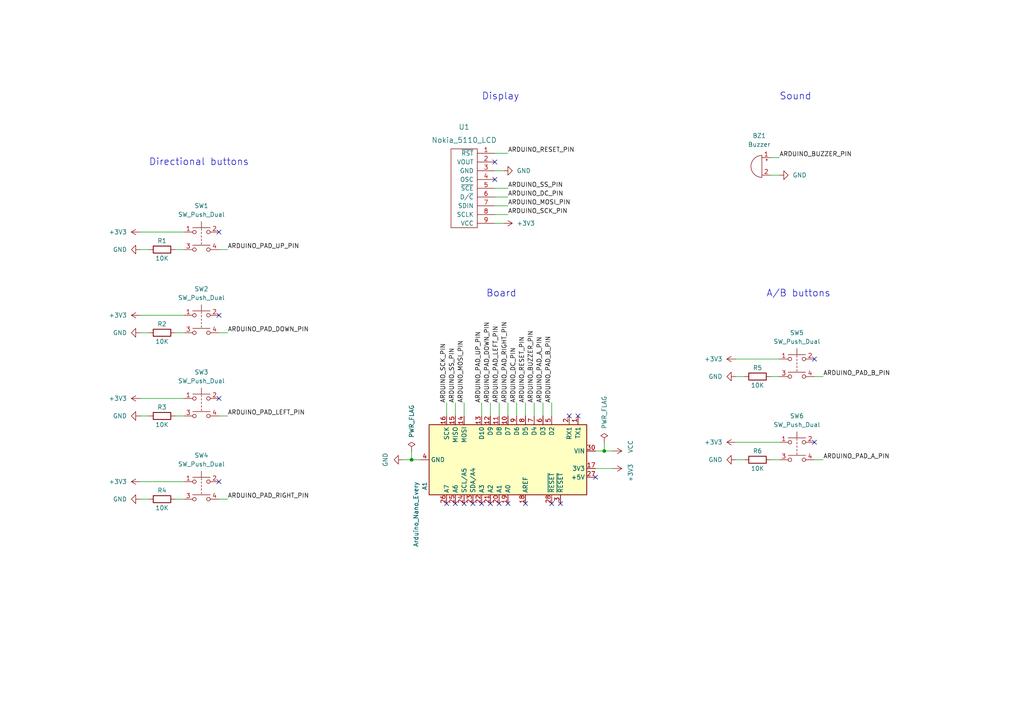
<source format=kicad_sch>
(kicad_sch (version 20211123) (generator eeschema)
  (paper "A4")
  (title_block (title "DIYPGS") (rev "0.0") (comment 1 "https://github.com/1r3n33/pcd8544") (comment 2 "DIY portable game system"))
  (lib_symbols
    (symbol "Device:Buzzer" (pin_names (offset 0.0254) hide)
      (property "Reference" "BZ" (at 3.81 1.27 0))
      (property "Value" "Buzzer" (at 3.81 -1.27 0))
      (symbol "Buzzer_0_1"
        (arc (start 0 -3.175) (mid 3.175 0) (end 0 3.175))
        (polyline (pts (xy -1.651 1.905) (xy -1.143 1.905)))
        (polyline (pts (xy -1.397 2.159) (xy -1.397 1.651)))
        (polyline (pts (xy 0 3.175) (xy 0 -3.175)))
      )
      (symbol "Buzzer_1_1"
        (pin passive line (at -2.54 2.54 0) (length 2.54) (name "-") (number "1"))
        (pin passive line (at -2.54 -2.54 0) (length 2.54) (name "+") (number "2"))
      )
    )
    (symbol "Device:R" (pin_numbers hide) (pin_names (offset 0))
      (property "Reference" "R" (at 2.032 0 90))
      (property "Value" "R" (at 0 0 90))
      (symbol "R_0_1"
        (rectangle (start -1.016 -2.54) (end 1.016 2.54) (stroke (width 0.254)))
      )
      (symbol "R_1_1"
        (pin passive line (at 0 3.81 270) (length 1.27) (name "~") (number "1"))
        (pin passive line (at 0 -3.81 90) (length 1.27) (name "~") (number "2"))
      )
    )
    (symbol "MCU_Module:Arduino_Nano_Every"
      (property "Reference" "A" (at -10.16 23.495 0))
      (property "Value" "Arduino_Nano_Every" (at 5.08 -24.13 0))
      (symbol "Arduino_Nano_Every_0_1"
        (rectangle (start -10.16 22.86) (end 10.16 -22.86) (stroke (width 0.254)) (fill (type background)))
      )
      (symbol "Arduino_Nano_Every_1_1"
        (pin bidirectional line (at -12.7 20.32 0) (length 2.54) (name "TX1") (number "1"))
        (pin bidirectional line (at -12.7 0 0) (length 2.54) (name "D7") (number "10"))
        (pin bidirectional line (at -12.7 -2.54 0) (length 2.54) (name "D8") (number "11"))
        (pin bidirectional line (at -12.7 -5.08 0) (length 2.54) (name "D9") (number "12"))
        (pin bidirectional line (at -12.7 -7.62 0) (length 2.54) (name "D10") (number "13"))
        (pin bidirectional line (at -12.7 -12.7 0) (length 2.54) (name "MOSI") (number "14"))
        (pin bidirectional line (at -12.7 -15.24 0) (length 2.54) (name "MISO") (number "15"))
        (pin bidirectional line (at -12.7 -17.78 0) (length 2.54) (name "SCK") (number "16"))
        (pin power_out line (at 2.54 25.4 270) (length 2.54) (name "3V3") (number "17"))
        (pin input line (at 12.7 5.08 180) (length 2.54) (name "AREF") (number "18"))
        (pin bidirectional line (at 12.7 0 180) (length 2.54) (name "A0") (number "19"))
        (pin bidirectional line (at -12.7 17.78 0) (length 2.54) (name "RX1") (number "2"))
        (pin bidirectional line (at 12.7 -2.54 180) (length 2.54) (name "A1") (number "20"))
        (pin bidirectional line (at 12.7 -5.08 180) (length 2.54) (name "A2") (number "21"))
        (pin bidirectional line (at 12.7 -7.62 180) (length 2.54) (name "A3") (number "22"))
        (pin bidirectional line (at 12.7 -10.16 180) (length 2.54) (name "SDA/A4") (number "23"))
        (pin bidirectional line (at 12.7 -12.7 180) (length 2.54) (name "SCL/A5") (number "24"))
        (pin bidirectional line (at 12.7 -15.24 180) (length 2.54) (name "A6") (number "25"))
        (pin bidirectional line (at 12.7 -17.78 180) (length 2.54) (name "A7") (number "26"))
        (pin power_out line (at 5.08 25.4 270) (length 2.54) (name "+5V") (number "27"))
        (pin input line (at 12.7 12.7 180) (length 2.54) (name "~{RESET}") (number "28"))
        (pin passive line (at 0 -25.4 90) (length 2.54) hide (name "GND") (number "29"))
        (pin input line (at 12.7 15.24 180) (length 2.54) (name "~{RESET}") (number "3"))
        (pin power_in line (at -2.54 25.4 270) (length 2.54) (name "VIN") (number "30"))
        (pin power_in line (at 0 -25.4 90) (length 2.54) (name "GND") (number "4"))
        (pin bidirectional line (at -12.7 12.7 0) (length 2.54) (name "D2") (number "5"))
        (pin bidirectional line (at -12.7 10.16 0) (length 2.54) (name "D3") (number "6"))
        (pin bidirectional line (at -12.7 7.62 0) (length 2.54) (name "D4") (number "7"))
        (pin bidirectional line (at -12.7 5.08 0) (length 2.54) (name "D5") (number "8"))
        (pin bidirectional line (at -12.7 2.54 0) (length 2.54) (name "D6") (number "9"))
      )
    )
    (symbol "Switch:SW_Push_Dual" (pin_names (offset 1.016) hide)
      (property "Reference" "SW" (at 1.27 2.54 0))
      (property "Value" "SW_Push_Dual" (at 0 -6.858 0))
      (symbol "SW_Push_Dual_0_1"
        (circle (center -2.032 -5.08) (radius 0.508))
        (circle (center -2.032 0) (radius 0.508))
        (polyline (pts (xy 0 -3.048) (xy 0 -3.556)))
        (polyline (pts (xy 0 -2.032) (xy 0 -2.54)))
        (polyline (pts (xy 0 -1.524) (xy 0 -1.016)))
        (polyline (pts (xy 0 -0.508) (xy 0 0)))
        (polyline (pts (xy 0 0.508) (xy 0 1.016)))
        (polyline (pts (xy 0 1.27) (xy 0 3.048)))
        (polyline (pts (xy 2.54 -3.81) (xy -2.54 -3.81)))
        (polyline (pts (xy 2.54 1.27) (xy -2.54 1.27)))
        (circle (center 2.032 -5.08) (radius 0.508))
        (circle (center 2.032 0) (radius 0.508))
        (pin passive line (at -5.08 0 0) (length 2.54) (name "1") (number "1"))
        (pin passive line (at 5.08 0 180) (length 2.54) (name "2") (number "2"))
        (pin passive line (at -5.08 -5.08 0) (length 2.54) (name "3") (number "3"))
        (pin passive line (at 5.08 -5.08 180) (length 2.54) (name "4") (number "4"))
      )
    )
    (symbol "nokia_5110-3310_lcd:Nokia_5110_LCD" (pin_names (offset 1.016))
      (property "Reference" "U" (at 0 -13.97 0))
      (property "Value" "Nokia_5110_LCD" (at 6.35 0 90))
      (symbol "Nokia_5110_LCD_0_1"
        (rectangle (start -3.81 11.43) (end 3.81 -11.43))
      )
      (symbol "Nokia_5110_LCD_1_1"
        (pin passive line (at -8.89 10.16 0) (length 5.08) (name "~{RST}") (number "1"))
        (pin passive line (at -8.89 7.62 0) (length 5.08) (name "VOUT") (number "2"))
        (pin power_in line (at -8.89 5.08 0) (length 5.08) (name "GND") (number "3"))
        (pin passive line (at -8.89 2.54 0) (length 5.08) (name "OSC") (number "4"))
        (pin passive line (at -8.89 0 0) (length 5.08) (name "~{SCE}") (number "5"))
        (pin passive line (at -8.89 -2.54 0) (length 5.08) (name "D/~{C}") (number "6"))
        (pin passive line (at -8.89 -5.08 0) (length 5.08) (name "SDIN") (number "7"))
        (pin passive line (at -8.89 -7.62 0) (length 5.08) (name "SCLK") (number "8"))
        (pin power_in line (at -8.89 -10.16 0) (length 5.08) (name "VCC") (number "9"))
      )
    )
    (symbol "power:+3.3V" (power) (pin_names (offset 0))
      (property "Value" "+3.3V" (at 0 3.556 0))
      (symbol "+3.3V_0_1"
        (polyline (pts (xy -0.762 1.27) (xy 0 2.54)))
        (polyline (pts (xy 0 0) (xy 0 2.54)))
        (polyline (pts (xy 0 2.54) (xy 0.762 1.27)))
      )
      (symbol "+3.3V_1_1"
        (pin power_in line (at 0 0 90) (length 0) hide (name "+3V3") (number "1"))
      )
    )
    (symbol "power:GND" (power) (pin_names (offset 0))
      (property "Value" "GND" (at 0 -3.81 0))
      (symbol "GND_0_1"
        (polyline (pts (xy 0 0) (xy 0 -1.27) (xy 1.27 -1.27) (xy 0 -2.54) (xy -1.27 -1.27) (xy 0 -1.27)))
      )
      (symbol "GND_1_1"
        (pin power_in line (at 0 0 270) (length 0) hide (name "GND") (number "1"))
      )
    )
    (symbol "power:PWR_FLAG" (power) (pin_numbers hide) (pin_names (offset 0) hide)
      (property "Value" "PWR_FLAG" (at 0 3.81 0))
      (symbol "PWR_FLAG_0_0"
        (pin power_out line (at 0 0 90) (length 0) (name "pwr") (number "1"))
      )
      (symbol "PWR_FLAG_0_1"
        (polyline (pts (xy 0 0) (xy 0 1.27) (xy -1.016 1.905) (xy 0 2.54) (xy 1.016 1.905) (xy 0 1.27)))
      )
    )
    (symbol "power:VCC" (power) (pin_names (offset 0))
      (property "Value" "VCC" (at 0 3.81 0))
      (symbol "VCC_0_1"
        (polyline (pts (xy -0.762 1.27) (xy 0 2.54)))
        (polyline (pts (xy 0 0) (xy 0 2.54)))
        (polyline (pts (xy 0 2.54) (xy 0.762 1.27)))
      )
      (symbol "VCC_1_1"
        (pin power_in line (at 0 0 90) (length 0) hide (name "VCC") (number "1"))
      )
    )
  )
  (junction (at 119.38 133.35))
  (junction (at 175.26 130.81))
  (no_connect (at 63.5 67.31))
  (no_connect (at 236.22 104.14))
  (no_connect (at 63.5 139.7))
  (no_connect (at 236.22 128.27))
  (no_connect (at 143.51 46.99))
  (no_connect (at 143.51 52.07))
  (no_connect (at 63.5 115.57))
  (no_connect (at 134.62 146.05))
  (no_connect (at 139.7 146.05))
  (no_connect (at 137.16 146.05))
  (no_connect (at 147.32 146.05))
  (no_connect (at 144.78 146.05))
  (no_connect (at 142.24 146.05))
  (no_connect (at 152.4 146.05))
  (no_connect (at 129.54 146.05))
  (no_connect (at 132.08 146.05))
  (no_connect (at 165.1 120.65))
  (no_connect (at 167.64 120.65))
  (no_connect (at 172.72 138.43))
  (no_connect (at 162.56 146.05))
  (no_connect (at 160.02 146.05))
  (no_connect (at 63.5 91.44))
  (wire (pts (xy 40.64 144.78) (xy 43.18 144.78)))
  (wire (pts (xy 143.51 59.69) (xy 147.32 59.69)))
  (wire (pts (xy 213.36 104.14) (xy 226.06 104.14)))
  (wire (pts (xy 63.5 120.65) (xy 66.04 120.65)))
  (wire (pts (xy 157.48 116.84) (xy 157.48 120.65)))
  (wire (pts (xy 143.51 54.61) (xy 147.32 54.61)))
  (wire (pts (xy 50.8 144.78) (xy 53.34 144.78)))
  (wire (pts (xy 63.5 96.52) (xy 66.04 96.52)))
  (wire (pts (xy 223.52 45.72) (xy 226.06 45.72)))
  (wire (pts (xy 154.94 116.84) (xy 154.94 120.65)))
  (wire (pts (xy 40.64 96.52) (xy 43.18 96.52)))
  (wire (pts (xy 149.86 116.84) (xy 149.86 120.65)))
  (wire (pts (xy 40.64 72.39) (xy 43.18 72.39)))
  (wire (pts (xy 50.8 96.52) (xy 53.34 96.52)))
  (wire (pts (xy 147.32 116.84) (xy 147.32 120.65)))
  (wire (pts (xy 119.38 130.81) (xy 119.38 133.35)))
  (wire (pts (xy 177.8 130.81) (xy 175.26 130.81)))
  (wire (pts (xy 175.26 130.81) (xy 172.72 130.81)))
  (wire (pts (xy 152.4 116.84) (xy 152.4 120.65)))
  (wire (pts (xy 139.7 116.84) (xy 139.7 120.65)))
  (wire (pts (xy 143.51 44.45) (xy 147.32 44.45)))
  (wire (pts (xy 40.64 115.57) (xy 53.34 115.57)))
  (wire (pts (xy 63.5 144.78) (xy 66.04 144.78)))
  (wire (pts (xy 40.64 139.7) (xy 53.34 139.7)))
  (wire (pts (xy 142.24 116.84) (xy 142.24 120.65)))
  (wire (pts (xy 40.64 91.44) (xy 53.34 91.44)))
  (wire (pts (xy 177.8 135.89) (xy 172.72 135.89)))
  (wire (pts (xy 236.22 133.35) (xy 238.76 133.35)))
  (wire (pts (xy 143.51 62.23) (xy 147.32 62.23)))
  (wire (pts (xy 121.92 133.35) (xy 119.38 133.35)))
  (wire (pts (xy 236.22 109.22) (xy 238.76 109.22)))
  (wire (pts (xy 223.52 109.22) (xy 226.06 109.22)))
  (wire (pts (xy 143.51 64.77) (xy 146.05 64.77)))
  (wire (pts (xy 63.5 72.39) (xy 66.04 72.39)))
  (wire (pts (xy 175.26 128.27) (xy 175.26 130.81)))
  (wire (pts (xy 50.8 120.65) (xy 53.34 120.65)))
  (wire (pts (xy 50.8 72.39) (xy 53.34 72.39)))
  (wire (pts (xy 144.78 116.84) (xy 144.78 120.65)))
  (wire (pts (xy 213.36 133.35) (xy 215.9 133.35)))
  (wire (pts (xy 223.52 133.35) (xy 226.06 133.35)))
  (wire (pts (xy 213.36 109.22) (xy 215.9 109.22)))
  (wire (pts (xy 143.51 57.15) (xy 147.32 57.15)))
  (wire (pts (xy 40.64 120.65) (xy 43.18 120.65)))
  (wire (pts (xy 129.54 116.84) (xy 129.54 120.65)))
  (wire (pts (xy 132.08 116.84) (xy 132.08 120.65)))
  (wire (pts (xy 134.62 116.84) (xy 134.62 120.65)))
  (wire (pts (xy 40.64 67.31) (xy 53.34 67.31)))
  (wire (pts (xy 160.02 116.84) (xy 160.02 120.65)))
  (wire (pts (xy 213.36 128.27) (xy 226.06 128.27)))
  (wire (pts (xy 223.52 50.8) (xy 226.06 50.8)))
  (wire (pts (xy 143.51 49.53) (xy 146.05 49.53)))
  (wire (pts (xy 119.38 133.35) (xy 116.84 133.35)))
  (text "Sound" (at 226.06 29.21 0) (effects (font (size 2 2)) (justify left bottom)))
  (text "Display" (at 139.7 29.21 0) (effects (font (size 2 2)) (justify left bottom)))
  (text "A/B buttons" (at 222.25 86.36 0) (effects (font (size 2 2)) (justify left bottom)))
  (text "Directional buttons" (at 43.18 48.26 0) (effects (font (size 2 2)) (justify left bottom)))
  (text "Board" (at 149.86 86.36 180) (effects (font (size 2 2)) (justify right bottom)))
  (label "ARDUINO_PAD_A_PIN" (at 157.48 116.84 90))
  (label "ARDUINO_BUZZER_PIN" (at 226.06 45.72 0))
  (label "ARDUINO_PAD_LEFT_PIN" (at 66.04 120.65 0))
  (label "ARDUINO_PAD_DOWN_PIN" (at 142.24 116.84 90))
  (label "ARDUINO_DC_PIN" (at 149.86 116.84 90))
  (label "ARDUINO_RESET_PIN" (at 152.4 116.84 90))
  (label "ARDUINO_PAD_RIGHT_PIN" (at 66.04 144.78 0))
  (label "ARDUINO_RESET_PIN" (at 147.32 44.45 0))
  (label "ARDUINO_DC_PIN" (at 147.32 57.15 0))
  (label "ARDUINO_PAD_UP_PIN" (at 139.7 116.84 90))
  (label "ARDUINO_PAD_B_PIN" (at 238.76 109.22 0))
  (label "ARDUINO_PAD_A_PIN" (at 238.76 133.35 0))
  (label "ARDUINO_MOSI_PIN" (at 134.62 116.84 90))
  (label "ARDUINO_PAD_LEFT_PIN" (at 144.78 116.84 90))
  (label "ARDUINO_SS_PIN" (at 132.08 116.84 90))
  (label "ARDUINO_BUZZER_PIN" (at 154.94 116.84 90))
  (label "ARDUINO_SCK_PIN" (at 147.32 62.23 0))
  (label "ARDUINO_SS_PIN" (at 147.32 54.61 0))
  (label "ARDUINO_MOSI_PIN" (at 147.32 59.69 0))
  (label "ARDUINO_PAD_UP_PIN" (at 66.04 72.39 0))
  (label "ARDUINO_PAD_B_PIN" (at 160.02 116.84 90))
  (label "ARDUINO_SCK_PIN" (at 129.54 116.84 90))
  (label "ARDUINO_PAD_RIGHT_PIN" (at 147.32 116.84 90))
  (label "ARDUINO_PAD_DOWN_PIN" (at 66.04 96.52 0))
  (symbol (lib_id "power:+3.3V") (at 40.64 115.57 90) (unit 1)
    (property "Reference" "#PWR05" (effects hide))
    (property "Value" "+3.3V" (at 36.83 115.5699 90) (effects (justify left)))
  )
  (symbol (lib_id "power:VCC") (at 177.8 130.81 270) (unit 1)
    (property "Reference" "#PWR0102" (effects hide))
    (property "Value" "VCC" (at 182.88 129.54 0))
  )
  (symbol (lib_id "power:+3.3V") (at 146.05 64.77 270) (unit 1)
    (property "Reference" "#PWR015" (effects hide))
    (property "Value" "+3.3V" (at 149.86 64.7699 90) (effects (justify left)))
  )
  (symbol (lib_id "power:+3.3V") (at 40.64 67.31 90) (unit 1)
    (property "Reference" "#PWR01" (effects hide))
    (property "Value" "+3.3V" (at 36.83 67.3099 90) (effects (justify left)))
  )
  (symbol (lib_id "Device:R") (at 219.71 133.35 270) (mirror x) (unit 1)
    (property "Reference" "R6" (at 219.71 130.81 90))
    (property "Value" "10K" (at 219.71 135.89 90))
    (property "Footprint" "Resistor_THT:R_Axial_DIN0207_L6.3mm_D2.5mm_P7.62mm_Horizontal" (effects hide))
  )
  (symbol (lib_id "Switch:SW_Push_Dual") (at 58.42 139.7 0) (unit 1)
    (property "Reference" "SW4" (at 58.42 132.08 0))
    (property "Value" "SW_Push_Dual" (at 58.42 134.62 0))
    (property "Footprint" "Footprints:SW_PUSH_6mm_ALT" (effects hide))
  )
  (symbol (lib_id "power:GND") (at 40.64 120.65 270) (mirror x) (unit 1)
    (property "Reference" "#PWR06" (effects hide))
    (property "Value" "GND" (at 36.83 120.6499 90) (effects (justify right)))
  )
  (symbol (lib_id "power:GND") (at 146.05 49.53 90) (unit 1)
    (property "Reference" "#PWR014" (effects hide))
    (property "Value" "GND" (at 149.86 49.5299 90) (effects (justify right)))
  )
  (symbol (lib_id "Switch:SW_Push_Dual") (at 58.42 91.44 0) (unit 1)
    (property "Reference" "SW2" (at 58.42 83.82 0))
    (property "Value" "SW_Push_Dual" (at 58.42 86.36 0))
    (property "Footprint" "Footprints:SW_PUSH_6mm_ALT" (effects hide))
  )
  (symbol (lib_id "power:GND") (at 226.06 50.8 90) (unit 1)
    (property "Reference" "#PWR013" (effects hide))
    (property "Value" "GND" (at 229.87 50.7999 90) (effects (justify right)))
  )
  (symbol (lib_id "power:+3.3V") (at 40.64 91.44 90) (unit 1)
    (property "Reference" "#PWR03" (effects hide))
    (property "Value" "+3.3V" (at 36.83 91.4399 90) (effects (justify left)))
  )
  (symbol (lib_id "Switch:SW_Push_Dual") (at 58.42 67.31 0) (unit 1)
    (property "Reference" "SW1" (at 58.42 59.69 0))
    (property "Value" "SW_Push_Dual" (at 58.42 62.23 0))
    (property "Footprint" "Footprints:SW_PUSH_6mm_ALT" (effects hide))
  )
  (symbol (lib_id "power:+3.3V") (at 213.36 128.27 90) (unit 1)
    (property "Reference" "#PWR011" (effects hide))
    (property "Value" "+3.3V" (at 209.55 128.2699 90) (effects (justify left)))
  )
  (symbol (lib_id "power:PWR_FLAG") (at 175.26 128.27 0) (unit 1)
    (property "Reference" "#FLG0102" (effects hide))
    (property "Value" "PWR_FLAG" (at 175.2601 124.46 90) (effects (justify left)))
  )
  (symbol (lib_id "power:GND") (at 213.36 133.35 270) (mirror x) (unit 1)
    (property "Reference" "#PWR012" (effects hide))
    (property "Value" "GND" (at 209.55 133.3499 90) (effects (justify right)))
  )
  (symbol (lib_id "power:+3.3V") (at 40.64 139.7 90) (unit 1)
    (property "Reference" "#PWR07" (effects hide))
    (property "Value" "+3.3V" (at 36.83 139.6999 90) (effects (justify left)))
  )
  (symbol (lib_id "power:GND") (at 40.64 72.39 270) (mirror x) (unit 1)
    (property "Reference" "#PWR02" (effects hide))
    (property "Value" "GND" (at 36.83 72.3899 90) (effects (justify right)))
  )
  (symbol (lib_id "Device:R") (at 46.99 96.52 270) (mirror x) (unit 1)
    (property "Reference" "R2" (at 46.99 93.98 90))
    (property "Value" "10K" (at 46.99 99.06 90))
    (property "Footprint" "Resistor_THT:R_Axial_DIN0207_L6.3mm_D2.5mm_P7.62mm_Horizontal" (effects hide))
  )
  (symbol (lib_id "Switch:SW_Push_Dual") (at 58.42 115.57 0) (unit 1)
    (property "Reference" "SW3" (at 58.42 107.95 0))
    (property "Value" "SW_Push_Dual" (at 58.42 110.49 0))
    (property "Footprint" "Footprints:SW_PUSH_6mm_ALT" (effects hide))
  )
  (symbol (lib_id "Device:R") (at 46.99 144.78 270) (mirror x) (unit 1)
    (property "Reference" "R4" (at 46.99 142.24 90))
    (property "Value" "10K" (at 46.99 147.32 90))
    (property "Footprint" "Resistor_THT:R_Axial_DIN0207_L6.3mm_D2.5mm_P7.62mm_Horizontal" (effects hide))
  )
  (symbol (lib_id "Device:R") (at 46.99 120.65 270) (mirror x) (unit 1)
    (property "Reference" "R3" (at 46.99 118.11 90))
    (property "Value" "10K" (at 46.99 123.19 90))
    (property "Footprint" "Resistor_THT:R_Axial_DIN0207_L6.3mm_D2.5mm_P7.62mm_Horizontal" (effects hide))
  )
  (symbol (lib_id "nokia_5110-3310_lcd:Nokia_5110_LCD") (at 134.62 54.61 0) (mirror y) (unit 1)
    (property "Reference" "U1" (at 134.62 36.83 0) (effects (font (size 1.524 1.524))))
    (property "Value" "Nokia_5110_LCD" (at 134.62 40.64 0) (effects (font (size 1.524 1.524))))
    (property "Footprint" "Nokia_5110-3310_LCD:Nokia_5110-3310_LCD" (effects hide))
  )
  (symbol (lib_id "power:+3.3V") (at 213.36 104.14 90) (unit 1)
    (property "Reference" "#PWR09" (effects hide))
    (property "Value" "+3.3V" (at 209.55 104.1399 90) (effects (justify left)))
  )
  (symbol (lib_id "MCU_Module:Arduino_Nano_Every") (at 147.32 133.35 270) (unit 1)
    (property "Reference" "A1" (at 123.19 139.7 0) (effects (justify left)))
    (property "Value" "Arduino_Nano_Every" (at 120.65 139.7 0) (effects (justify left)))
    (property "Footprint" "Module:Arduino_Nano" (effects hide))
    (property "Datasheet" "https://content.arduino.cc/assets/NANOEveryV3.0_sch.pdf" (effects hide))
  )
  (symbol (lib_id "Device:R") (at 219.71 109.22 270) (mirror x) (unit 1)
    (property "Reference" "R5" (at 219.71 106.68 90))
    (property "Value" "10K" (at 219.71 111.76 90))
    (property "Footprint" "Resistor_THT:R_Axial_DIN0207_L6.3mm_D2.5mm_P7.62mm_Horizontal" (effects hide))
  )
  (symbol (lib_id "power:GND") (at 213.36 109.22 270) (mirror x) (unit 1)
    (property "Reference" "#PWR010" (effects hide))
    (property "Value" "GND" (at 209.55 109.2199 90) (effects (justify right)))
  )
  (symbol (lib_id "power:GND") (at 40.64 144.78 270) (mirror x) (unit 1)
    (property "Reference" "#PWR08" (effects hide))
    (property "Value" "GND" (at 36.83 144.7799 90) (effects (justify right)))
  )
  (symbol (lib_id "Device:Buzzer") (at 220.98 48.26 0) (mirror y) (unit 1)
    (property "Reference" "BZ1" (at 220.218 39.37 0))
    (property "Value" "Buzzer" (at 220.218 41.91 0))
    (property "Footprint" "Buzzer_Beeper:Buzzer_12x9.5RM7.6" (effects hide))
  )
  (symbol (lib_id "Device:R") (at 46.99 72.39 270) (mirror x) (unit 1)
    (property "Reference" "R1" (at 46.99 69.85 90))
    (property "Value" "10K" (at 46.99 74.93 90))
    (property "Footprint" "Resistor_THT:R_Axial_DIN0207_L6.3mm_D2.5mm_P7.62mm_Horizontal" (effects hide))
  )
  (symbol (lib_id "power:PWR_FLAG") (at 119.38 130.81 0) (unit 1)
    (property "Reference" "#FLG0101" (effects hide))
    (property "Value" "PWR_FLAG" (at 119.3801 127 90) (effects (justify left)))
  )
  (symbol (lib_id "Switch:SW_Push_Dual") (at 231.14 104.14 0) (unit 1)
    (property "Reference" "SW5" (at 231.14 96.52 0))
    (property "Value" "SW_Push_Dual" (at 231.14 99.06 0))
    (property "Footprint" "Footprints:SW_PUSH_6mm_ALT" (effects hide))
  )
  (symbol (lib_id "Switch:SW_Push_Dual") (at 231.14 128.27 0) (unit 1)
    (property "Reference" "SW6" (at 231.14 120.65 0))
    (property "Value" "SW_Push_Dual" (at 231.14 123.19 0))
    (property "Footprint" "Footprints:SW_PUSH_6mm_ALT" (effects hide))
  )
  (symbol (lib_id "power:GND") (at 116.84 133.35 270) (unit 1)
    (property "Reference" "#PWR0101" (effects hide))
    (property "Value" "GND" (at 111.76 133.35 0))
  )
  (symbol (lib_id "power:+3.3V") (at 177.8 135.89 270) (unit 1)
    (property "Reference" "#PWR0104" (effects hide))
    (property "Value" "+3.3V" (at 182.88 137.16 0))
  )
  (symbol (lib_id "power:GND") (at 40.64 96.52 270) (mirror x) (unit 1)
    (property "Reference" "#PWR04" (effects hide))
    (property "Value" "GND" (at 36.83 96.5199 90) (effects (justify right)))
  )
)
</source>
